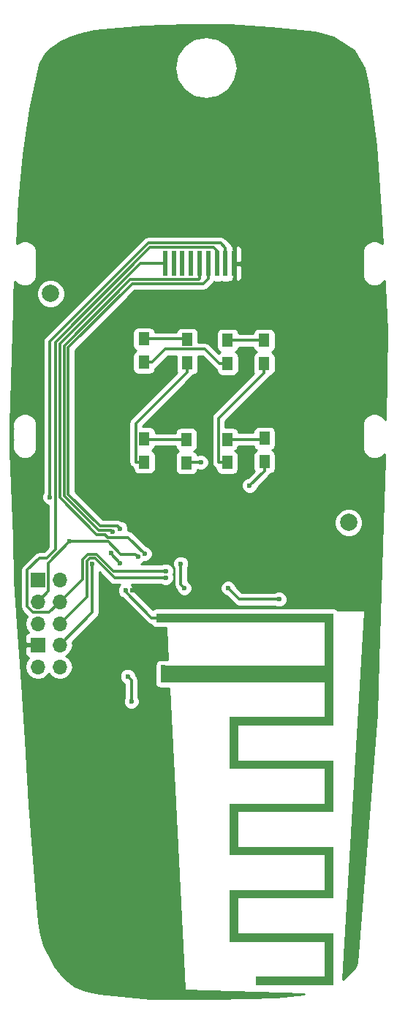
<source format=gbr>
G04 #@! TF.FileFunction,Copper,L1,Top,Signal*
%FSLAX46Y46*%
G04 Gerber Fmt 4.6, Leading zero omitted, Abs format (unit mm)*
G04 Created by KiCad (PCBNEW 4.0.7) date Mon Aug 20 13:26:01 2018*
%MOMM*%
%LPD*%
G01*
G04 APERTURE LIST*
%ADD10C,0.100000*%
%ADD11R,1.700000X1.700000*%
%ADD12O,1.700000X1.700000*%
%ADD13R,1.300000X1.500000*%
%ADD14C,2.000000*%
%ADD15R,0.600000X3.000000*%
%ADD16R,0.500000X2.000000*%
%ADD17R,0.500000X1.000000*%
%ADD18C,0.600000*%
%ADD19C,1.000000*%
%ADD20C,0.300000*%
%ADD21C,0.254000*%
G04 APERTURE END LIST*
D10*
G36*
X74680000Y-118820000D02*
X54680000Y-118820000D01*
X54680000Y-120820000D01*
X74680000Y-120820000D01*
X74680000Y-118820000D01*
X74680000Y-118820000D01*
G37*
G36*
X74680000Y-112820000D02*
X54680000Y-112820000D01*
X54680000Y-113820000D01*
X74680000Y-113820000D01*
X74680000Y-112820000D01*
X74680000Y-112820000D01*
G37*
G36*
X74680000Y-113820000D02*
X73680000Y-113820000D01*
X73680000Y-118820000D01*
X74680000Y-118820000D01*
X74680000Y-113820000D01*
X74680000Y-113820000D01*
G37*
G36*
X74680000Y-120820000D02*
X73680000Y-120820000D01*
X73680000Y-124820000D01*
X74680000Y-124820000D01*
X74680000Y-120820000D01*
X74680000Y-120820000D01*
G37*
G36*
X74680000Y-124820000D02*
X63680000Y-124820000D01*
X63680000Y-125820000D01*
X74680000Y-125820000D01*
X74680000Y-124820000D01*
X74680000Y-124820000D01*
G37*
G36*
X63680000Y-124820000D02*
X62680000Y-124820000D01*
X62680000Y-130820000D01*
X63680000Y-130820000D01*
X63680000Y-124820000D01*
X63680000Y-124820000D01*
G37*
G36*
X74680000Y-129820000D02*
X63680000Y-129820000D01*
X63680000Y-130820000D01*
X74680000Y-130820000D01*
X74680000Y-129820000D01*
X74680000Y-129820000D01*
G37*
G36*
X74680000Y-130820000D02*
X73680000Y-130820000D01*
X73680000Y-134820000D01*
X74680000Y-134820000D01*
X74680000Y-130820000D01*
X74680000Y-130820000D01*
G37*
G36*
X74680000Y-134820000D02*
X63680000Y-134820000D01*
X63680000Y-135820000D01*
X74680000Y-135820000D01*
X74680000Y-134820000D01*
X74680000Y-134820000D01*
G37*
G36*
X63680000Y-134820000D02*
X62680000Y-134820000D01*
X62680000Y-140820000D01*
X63680000Y-140820000D01*
X63680000Y-134820000D01*
X63680000Y-134820000D01*
G37*
G36*
X74680000Y-139820000D02*
X63680000Y-139820000D01*
X63680000Y-140820000D01*
X74680000Y-140820000D01*
X74680000Y-139820000D01*
X74680000Y-139820000D01*
G37*
G36*
X74680000Y-140820000D02*
X73680000Y-140820000D01*
X73680000Y-144820000D01*
X74680000Y-144820000D01*
X74680000Y-140820000D01*
X74680000Y-140820000D01*
G37*
G36*
X74680000Y-144820000D02*
X63680000Y-144820000D01*
X63680000Y-145820000D01*
X74680000Y-145820000D01*
X74680000Y-144820000D01*
X74680000Y-144820000D01*
G37*
G36*
X63680000Y-144820000D02*
X62680000Y-144820000D01*
X62680000Y-150820000D01*
X63680000Y-150820000D01*
X63680000Y-144820000D01*
X63680000Y-144820000D01*
G37*
G36*
X74680000Y-149820000D02*
X63680000Y-149820000D01*
X63680000Y-150820000D01*
X74680000Y-150820000D01*
X74680000Y-149820000D01*
X74680000Y-149820000D01*
G37*
G36*
X74680000Y-150820000D02*
X73680000Y-150820000D01*
X73680000Y-154820000D01*
X74680000Y-154820000D01*
X74680000Y-150820000D01*
X74680000Y-150820000D01*
G37*
G36*
X74680000Y-154820000D02*
X65680000Y-154820000D01*
X65680000Y-155820000D01*
X74680000Y-155820000D01*
X74680000Y-154820000D01*
X74680000Y-154820000D01*
G37*
D11*
X40460000Y-108920000D03*
D12*
X43000000Y-108920000D03*
X40460000Y-111460000D03*
X43000000Y-111460000D03*
X40460000Y-114000000D03*
X43000000Y-114000000D03*
D11*
X40460000Y-116460000D03*
D12*
X43000000Y-116460000D03*
X40460000Y-119000000D03*
X43000000Y-119000000D03*
D13*
X66675000Y-83900000D03*
X66675000Y-81200000D03*
X66700000Y-95250000D03*
X66700000Y-92550000D03*
X52800000Y-95300000D03*
X52800000Y-92600000D03*
X52750000Y-83750000D03*
X52750000Y-81050000D03*
D14*
X76450000Y-102300000D03*
D15*
X63200000Y-72300000D03*
X62200000Y-72300000D03*
X61200000Y-72300000D03*
X60200000Y-72300000D03*
X55200000Y-72300000D03*
X56200000Y-72300000D03*
X59200000Y-72300000D03*
X58200000Y-72300000D03*
X57200000Y-72300000D03*
D14*
X41950000Y-75800000D03*
D13*
X57675000Y-92675000D03*
X57675000Y-95375000D03*
X62400000Y-95350000D03*
X62400000Y-92650000D03*
X62450000Y-83900000D03*
X62450000Y-81200000D03*
X57750000Y-83825000D03*
X57750000Y-81125000D03*
D16*
X54930000Y-119820000D03*
D17*
X54430000Y-113320000D03*
D18*
X57200000Y-72300000D03*
X50630000Y-110150000D03*
X65000000Y-98000000D03*
X51430000Y-110150000D03*
X38500000Y-103000000D03*
X43480000Y-132180000D03*
X53030000Y-110150000D03*
X52230000Y-101650000D03*
X50630000Y-101650000D03*
X73450000Y-109060000D03*
X73400000Y-106910000D03*
X73400000Y-104810000D03*
X73400000Y-102810000D03*
X60060000Y-111120000D03*
D19*
X78350000Y-88100000D03*
D18*
X57425158Y-109872654D03*
X57020000Y-107059992D03*
X44136096Y-104500012D03*
X41849970Y-99350000D03*
X52080000Y-106250000D03*
X55280000Y-108700000D03*
X55280000Y-107900000D03*
X52829620Y-105910380D03*
X59350000Y-95320000D03*
X48915512Y-105822696D03*
X49097553Y-103350001D03*
X50000000Y-107000000D03*
X50000000Y-103000000D03*
X51300000Y-123000000D03*
X50870000Y-120090000D03*
X54930000Y-119820000D03*
X68390000Y-111180000D03*
X62510000Y-109880000D03*
X46780000Y-107100000D03*
D20*
X54430000Y-113320000D02*
X53637998Y-113320000D01*
X53637998Y-113320000D02*
X50630000Y-110312002D01*
X50630000Y-110312002D02*
X50630000Y-110150000D01*
X66700000Y-95250000D02*
X66700000Y-96300000D01*
X66700000Y-96300000D02*
X65000000Y-98000000D01*
X62400000Y-92650000D02*
X66600000Y-92650000D01*
X66600000Y-92650000D02*
X66700000Y-92550000D01*
X62500000Y-92550000D02*
X62400000Y-92650000D01*
X62450000Y-81200000D02*
X66675000Y-81200000D01*
X66675000Y-81300000D02*
X66675000Y-81200000D01*
X52750000Y-81050000D02*
X57675000Y-81050000D01*
X57675000Y-81050000D02*
X57750000Y-81125000D01*
X53030000Y-110150000D02*
X51430000Y-110150000D01*
X40460000Y-116460000D02*
X39310000Y-116460000D01*
X39310000Y-116460000D02*
X38500000Y-115650000D01*
X38500000Y-115650000D02*
X38500000Y-103000000D01*
X50630000Y-101650000D02*
X52230000Y-101650000D01*
X53030000Y-110150000D02*
X53630000Y-110150000D01*
X53630000Y-110150000D02*
X54600000Y-111120000D01*
X54600000Y-111120000D02*
X60060000Y-111120000D01*
X57020000Y-107059992D02*
X57020000Y-109467496D01*
X57020000Y-109467496D02*
X57425158Y-109872654D01*
X62200000Y-72300000D02*
X62200000Y-70500000D01*
X62200000Y-70500000D02*
X61649989Y-69949989D01*
X61649989Y-69949989D02*
X53248649Y-69949989D01*
X53248649Y-69949989D02*
X41849970Y-81348668D01*
X41849970Y-81348668D02*
X41849970Y-99350000D01*
X52080000Y-106250000D02*
X51780001Y-105950001D01*
X51780001Y-105950001D02*
X50070001Y-105950001D01*
X50070001Y-105950001D02*
X48620012Y-104500012D01*
X40460000Y-111460000D02*
X41660001Y-110259999D01*
X41660001Y-110259999D02*
X41660001Y-106976107D01*
X41660001Y-106976107D02*
X44136096Y-104500012D01*
X44136096Y-104500012D02*
X48620012Y-104500012D01*
X43000000Y-114000000D02*
X46129999Y-110870001D01*
X46467999Y-106449999D02*
X47092001Y-106449999D01*
X46129999Y-110870001D02*
X46129999Y-106787999D01*
X46129999Y-106787999D02*
X46467999Y-106449999D01*
X47092001Y-106449999D02*
X49342002Y-108700000D01*
X49342002Y-108700000D02*
X55280000Y-108700000D01*
X43000000Y-111460000D02*
X41799999Y-112660001D01*
X39259999Y-107789999D02*
X40619998Y-106430000D01*
X41799999Y-112660001D02*
X39883999Y-112660001D01*
X40619998Y-106430000D02*
X41498988Y-106430000D01*
X39883999Y-112660001D02*
X39259999Y-112036001D01*
X61200000Y-70869998D02*
X61200000Y-72300000D01*
X39259999Y-112036001D02*
X39259999Y-107789999D01*
X53455759Y-70449999D02*
X60780001Y-70449999D01*
X60780001Y-70449999D02*
X61200000Y-70869998D01*
X41498988Y-106430000D02*
X42499970Y-105429018D01*
X42499970Y-105429018D02*
X42499970Y-81405788D01*
X42499970Y-81405788D02*
X53455759Y-70449999D01*
X43000000Y-111460000D02*
X45629989Y-108830011D01*
X45629989Y-108830011D02*
X45629989Y-106580889D01*
X45629989Y-106580889D02*
X46260889Y-105949989D01*
X46260889Y-105949989D02*
X47299111Y-105949989D01*
X49249122Y-107900000D02*
X55280000Y-107900000D01*
X47299111Y-105949989D02*
X49249122Y-107900000D01*
X48240021Y-103700021D02*
X48540002Y-104000002D01*
X48540002Y-104000002D02*
X50919242Y-104000002D01*
X50919242Y-104000002D02*
X52829620Y-105910380D01*
X42999980Y-99414220D02*
X47285781Y-103700021D01*
X47285781Y-103700021D02*
X48240021Y-103700021D01*
X55200000Y-72300000D02*
X52312878Y-72300000D01*
X52312878Y-72300000D02*
X42999980Y-81612898D01*
X42999980Y-81612898D02*
X42999980Y-99414220D01*
X59350000Y-95320000D02*
X57730000Y-95320000D01*
X57730000Y-95320000D02*
X57675000Y-95375000D01*
X48915512Y-105822696D02*
X48915512Y-105915512D01*
X48915512Y-105915512D02*
X50000000Y-107000000D01*
X43499990Y-99207110D02*
X47492891Y-103200011D01*
X47492891Y-103200011D02*
X48947563Y-103200011D01*
X48947563Y-103200011D02*
X49097553Y-103350001D01*
X51169997Y-74150001D02*
X43499990Y-81820008D01*
X43499990Y-81820008D02*
X43499990Y-99207110D01*
X51169997Y-74150001D02*
X59149999Y-74150001D01*
X59149999Y-74150001D02*
X59200000Y-74100000D01*
X59200000Y-74100000D02*
X59200000Y-72300000D01*
X50000000Y-103000000D02*
X49700001Y-102700001D01*
X49700001Y-102700001D02*
X47700001Y-102700001D01*
X47700001Y-102700001D02*
X44000000Y-99000000D01*
X44000000Y-99000000D02*
X44000000Y-82027118D01*
X44000000Y-82027118D02*
X51377107Y-74650011D01*
X51377107Y-74650011D02*
X59649989Y-74650011D01*
X59649989Y-74650011D02*
X60200000Y-74100000D01*
X60200000Y-74100000D02*
X60200000Y-72300000D01*
X51300000Y-123000000D02*
X51300000Y-120520000D01*
X51300000Y-120520000D02*
X50870000Y-120090000D01*
X68390000Y-111180000D02*
X63810000Y-111180000D01*
X63810000Y-111180000D02*
X62510000Y-109880000D01*
X43000000Y-116460000D02*
X46780000Y-112680000D01*
X46780000Y-112680000D02*
X46780000Y-107100000D01*
X62400000Y-95350000D02*
X61450000Y-95350000D01*
X61399999Y-95299999D02*
X61399999Y-90225001D01*
X61450000Y-95350000D02*
X61399999Y-95299999D01*
X61399999Y-90225001D02*
X66675000Y-84950000D01*
X66675000Y-84950000D02*
X66675000Y-83900000D01*
X62400000Y-95350000D02*
X62400000Y-95250000D01*
X52750000Y-83750000D02*
X53700000Y-83750000D01*
X53700000Y-83750000D02*
X55224999Y-82225001D01*
X55224999Y-82225001D02*
X59825001Y-82225001D01*
X59825001Y-82225001D02*
X61500000Y-83900000D01*
X61500000Y-83900000D02*
X62450000Y-83900000D01*
X52800000Y-95300000D02*
X51850000Y-95300000D01*
X51850000Y-95300000D02*
X51799999Y-95249999D01*
X51799999Y-95249999D02*
X51799999Y-90825001D01*
X51799999Y-90825001D02*
X57750000Y-84875000D01*
X57750000Y-84875000D02*
X57750000Y-83825000D01*
X52800000Y-95300000D02*
X52800000Y-95200000D01*
X57675000Y-92675000D02*
X52875000Y-92675000D01*
X52875000Y-92675000D02*
X52800000Y-92600000D01*
X57600000Y-92600000D02*
X57675000Y-92675000D01*
D21*
G36*
X67444321Y-45007921D02*
X72561283Y-45499936D01*
X74702773Y-46151694D01*
X77025573Y-47609138D01*
X78229743Y-49660686D01*
X78650464Y-51624050D01*
X79643016Y-58671172D01*
X80091309Y-66043096D01*
X80326800Y-69967934D01*
X80235564Y-69876539D01*
X79726702Y-69665241D01*
X79175715Y-69664760D01*
X78666485Y-69875169D01*
X78276539Y-70264436D01*
X78065241Y-70773298D01*
X78064760Y-71324285D01*
X78065196Y-71325339D01*
X78064760Y-71824285D01*
X78106217Y-71924618D01*
X78065241Y-72023298D01*
X78064760Y-72574285D01*
X78065196Y-72575339D01*
X78064760Y-73074285D01*
X78106217Y-73174618D01*
X78065241Y-73273298D01*
X78064760Y-73824285D01*
X78275169Y-74333515D01*
X78664436Y-74723461D01*
X79173298Y-74934759D01*
X79724285Y-74935240D01*
X80233515Y-74724831D01*
X80598637Y-74360345D01*
X80640884Y-75036310D01*
X80839806Y-80009361D01*
X80697537Y-90442447D01*
X80624831Y-90266485D01*
X80235564Y-89876539D01*
X79726702Y-89665241D01*
X79175715Y-89664760D01*
X78666485Y-89875169D01*
X78276539Y-90264436D01*
X78065241Y-90773298D01*
X78064760Y-91324285D01*
X78065196Y-91325339D01*
X78064760Y-91824285D01*
X78106217Y-91924618D01*
X78065241Y-92023298D01*
X78064760Y-92574285D01*
X78065196Y-92575339D01*
X78064760Y-93074285D01*
X78106217Y-93174618D01*
X78065241Y-93273298D01*
X78064760Y-93824285D01*
X78275169Y-94333515D01*
X78664436Y-94723461D01*
X79173298Y-94934759D01*
X79724285Y-94935240D01*
X80233515Y-94724831D01*
X80605952Y-94353042D01*
X80590300Y-94979132D01*
X80340405Y-102376027D01*
X80340715Y-102377919D01*
X80340288Y-102379787D01*
X79890319Y-118178708D01*
X79690895Y-124460543D01*
X77399705Y-153249843D01*
X77235061Y-153710847D01*
X75780494Y-155165414D01*
X78376765Y-112557724D01*
X78368375Y-112503996D01*
X78341150Y-112461566D01*
X78299563Y-112433071D01*
X78250166Y-112423000D01*
X75161068Y-112418960D01*
X75129013Y-112370987D01*
X74923004Y-112233336D01*
X74680000Y-112185000D01*
X54741431Y-112185000D01*
X54680000Y-112172560D01*
X54180000Y-112172560D01*
X53944683Y-112216838D01*
X53762333Y-112334177D01*
X51565012Y-110136856D01*
X51565162Y-109964833D01*
X51423117Y-109621057D01*
X51287297Y-109485000D01*
X54742494Y-109485000D01*
X54749673Y-109492192D01*
X55093201Y-109634838D01*
X55465167Y-109635162D01*
X55808943Y-109493117D01*
X56072192Y-109230327D01*
X56214838Y-108886799D01*
X56215162Y-108514833D01*
X56126352Y-108299896D01*
X56214838Y-108086799D01*
X56215162Y-107714833D01*
X56073117Y-107371057D01*
X55947439Y-107245159D01*
X56084838Y-107245159D01*
X56226883Y-107588935D01*
X56235000Y-107597066D01*
X56235000Y-109467496D01*
X56294755Y-109767903D01*
X56464921Y-110022575D01*
X56490005Y-110047659D01*
X56489996Y-110057821D01*
X56632041Y-110401597D01*
X56894831Y-110664846D01*
X57238359Y-110807492D01*
X57610325Y-110807816D01*
X57954101Y-110665771D01*
X58217350Y-110402981D01*
X58357623Y-110065167D01*
X61574838Y-110065167D01*
X61716883Y-110408943D01*
X61979673Y-110672192D01*
X62323201Y-110814838D01*
X62334690Y-110814848D01*
X63254921Y-111735079D01*
X63509594Y-111905245D01*
X63810000Y-111965001D01*
X63810005Y-111965000D01*
X67852494Y-111965000D01*
X67859673Y-111972192D01*
X68203201Y-112114838D01*
X68575167Y-112115162D01*
X68918943Y-111973117D01*
X69182192Y-111710327D01*
X69324838Y-111366799D01*
X69325162Y-110994833D01*
X69183117Y-110651057D01*
X68920327Y-110387808D01*
X68576799Y-110245162D01*
X68204833Y-110244838D01*
X67861057Y-110386883D01*
X67852926Y-110395000D01*
X64135158Y-110395000D01*
X63445153Y-109704995D01*
X63445162Y-109694833D01*
X63303117Y-109351057D01*
X63040327Y-109087808D01*
X62696799Y-108945162D01*
X62324833Y-108944838D01*
X61981057Y-109086883D01*
X61717808Y-109349673D01*
X61575162Y-109693201D01*
X61574838Y-110065167D01*
X58357623Y-110065167D01*
X58359996Y-110059453D01*
X58360320Y-109687487D01*
X58218275Y-109343711D01*
X57955485Y-109080462D01*
X57805000Y-109017975D01*
X57805000Y-107597498D01*
X57812192Y-107590319D01*
X57954838Y-107246791D01*
X57955162Y-106874825D01*
X57813117Y-106531049D01*
X57550327Y-106267800D01*
X57206799Y-106125154D01*
X56834833Y-106124830D01*
X56491057Y-106266875D01*
X56227808Y-106529665D01*
X56085162Y-106873193D01*
X56084838Y-107245159D01*
X55947439Y-107245159D01*
X55810327Y-107107808D01*
X55466799Y-106965162D01*
X55094833Y-106964838D01*
X54751057Y-107106883D01*
X54742926Y-107115000D01*
X52434972Y-107115000D01*
X52608943Y-107043117D01*
X52807044Y-106845361D01*
X53014787Y-106845542D01*
X53358563Y-106703497D01*
X53621812Y-106440707D01*
X53764458Y-106097179D01*
X53764782Y-105725213D01*
X53622737Y-105381437D01*
X53359947Y-105118188D01*
X53016419Y-104975542D01*
X53004929Y-104975532D01*
X51474321Y-103444923D01*
X51219649Y-103274757D01*
X50922831Y-103215716D01*
X50934838Y-103186799D01*
X50935162Y-102814833D01*
X50856227Y-102623795D01*
X74814716Y-102623795D01*
X75063106Y-103224943D01*
X75522637Y-103685278D01*
X76123352Y-103934716D01*
X76773795Y-103935284D01*
X77374943Y-103686894D01*
X77835278Y-103227363D01*
X78084716Y-102626648D01*
X78085284Y-101976205D01*
X77836894Y-101375057D01*
X77377363Y-100914722D01*
X76776648Y-100665284D01*
X76126205Y-100664716D01*
X75525057Y-100913106D01*
X75064722Y-101372637D01*
X74815284Y-101973352D01*
X74814716Y-102623795D01*
X50856227Y-102623795D01*
X50793117Y-102471057D01*
X50530327Y-102207808D01*
X50186799Y-102065162D01*
X50135644Y-102065117D01*
X50000408Y-101974756D01*
X49700001Y-101915001D01*
X48025159Y-101915001D01*
X44785000Y-98674842D01*
X44785000Y-90825001D01*
X51014999Y-90825001D01*
X51014999Y-95249999D01*
X51074754Y-95550406D01*
X51244920Y-95805078D01*
X51294921Y-95855079D01*
X51502560Y-95993819D01*
X51502560Y-96050000D01*
X51546838Y-96285317D01*
X51685910Y-96501441D01*
X51898110Y-96646431D01*
X52150000Y-96697440D01*
X53450000Y-96697440D01*
X53685317Y-96653162D01*
X53901441Y-96514090D01*
X54046431Y-96301890D01*
X54097440Y-96050000D01*
X54097440Y-94550000D01*
X54053162Y-94314683D01*
X53914090Y-94098559D01*
X53701890Y-93953569D01*
X53688803Y-93950919D01*
X53901441Y-93814090D01*
X54046431Y-93601890D01*
X54075164Y-93460000D01*
X56384146Y-93460000D01*
X56421838Y-93660317D01*
X56560910Y-93876441D01*
X56773110Y-94021431D01*
X56786197Y-94024081D01*
X56573559Y-94160910D01*
X56428569Y-94373110D01*
X56377560Y-94625000D01*
X56377560Y-96125000D01*
X56421838Y-96360317D01*
X56560910Y-96576441D01*
X56773110Y-96721431D01*
X57025000Y-96772440D01*
X58325000Y-96772440D01*
X58560317Y-96728162D01*
X58776441Y-96589090D01*
X58921431Y-96376890D01*
X58962983Y-96171700D01*
X59163201Y-96254838D01*
X59535167Y-96255162D01*
X59878943Y-96113117D01*
X60142192Y-95850327D01*
X60284838Y-95506799D01*
X60285162Y-95134833D01*
X60143117Y-94791057D01*
X59880327Y-94527808D01*
X59536799Y-94385162D01*
X59164833Y-94384838D01*
X58944389Y-94475923D01*
X58928162Y-94389683D01*
X58789090Y-94173559D01*
X58576890Y-94028569D01*
X58563803Y-94025919D01*
X58776441Y-93889090D01*
X58921431Y-93676890D01*
X58972440Y-93425000D01*
X58972440Y-91925000D01*
X58928162Y-91689683D01*
X58789090Y-91473559D01*
X58576890Y-91328569D01*
X58325000Y-91277560D01*
X57025000Y-91277560D01*
X56789683Y-91321838D01*
X56573559Y-91460910D01*
X56428569Y-91673110D01*
X56384648Y-91890000D01*
X54097440Y-91890000D01*
X54097440Y-91850000D01*
X54053162Y-91614683D01*
X53914090Y-91398559D01*
X53701890Y-91253569D01*
X53450000Y-91202560D01*
X52584999Y-91202560D01*
X52584999Y-91150159D01*
X58305079Y-85430079D01*
X58450120Y-85213009D01*
X58635317Y-85178162D01*
X58851441Y-85039090D01*
X58996431Y-84826890D01*
X59047440Y-84575000D01*
X59047440Y-83075000D01*
X59035210Y-83010001D01*
X59499843Y-83010001D01*
X60944921Y-84455079D01*
X61152560Y-84593819D01*
X61152560Y-84650000D01*
X61196838Y-84885317D01*
X61335910Y-85101441D01*
X61548110Y-85246431D01*
X61800000Y-85297440D01*
X63100000Y-85297440D01*
X63335317Y-85253162D01*
X63551441Y-85114090D01*
X63696431Y-84901890D01*
X63747440Y-84650000D01*
X63747440Y-83150000D01*
X63703162Y-82914683D01*
X63564090Y-82698559D01*
X63351890Y-82553569D01*
X63338803Y-82550919D01*
X63551441Y-82414090D01*
X63696431Y-82201890D01*
X63740352Y-81985000D01*
X65384146Y-81985000D01*
X65421838Y-82185317D01*
X65560910Y-82401441D01*
X65773110Y-82546431D01*
X65786197Y-82549081D01*
X65573559Y-82685910D01*
X65428569Y-82898110D01*
X65377560Y-83150000D01*
X65377560Y-84650000D01*
X65421838Y-84885317D01*
X65503155Y-85011687D01*
X60844920Y-89669922D01*
X60674754Y-89924594D01*
X60674754Y-89924595D01*
X60614999Y-90225001D01*
X60614999Y-95299999D01*
X60674754Y-95600406D01*
X60844920Y-95855078D01*
X60894921Y-95905079D01*
X61102560Y-96043819D01*
X61102560Y-96100000D01*
X61146838Y-96335317D01*
X61285910Y-96551441D01*
X61498110Y-96696431D01*
X61750000Y-96747440D01*
X63050000Y-96747440D01*
X63285317Y-96703162D01*
X63501441Y-96564090D01*
X63646431Y-96351890D01*
X63697440Y-96100000D01*
X63697440Y-94600000D01*
X63653162Y-94364683D01*
X63514090Y-94148559D01*
X63301890Y-94003569D01*
X63288803Y-94000919D01*
X63501441Y-93864090D01*
X63646431Y-93651890D01*
X63690352Y-93435000D01*
X65427962Y-93435000D01*
X65446838Y-93535317D01*
X65585910Y-93751441D01*
X65798110Y-93896431D01*
X65811197Y-93899081D01*
X65598559Y-94035910D01*
X65453569Y-94248110D01*
X65402560Y-94500000D01*
X65402560Y-96000000D01*
X65446838Y-96235317D01*
X65528155Y-96361687D01*
X64824995Y-97064847D01*
X64814833Y-97064838D01*
X64471057Y-97206883D01*
X64207808Y-97469673D01*
X64065162Y-97813201D01*
X64064838Y-98185167D01*
X64206883Y-98528943D01*
X64469673Y-98792192D01*
X64813201Y-98934838D01*
X65185167Y-98935162D01*
X65528943Y-98793117D01*
X65792192Y-98530327D01*
X65934838Y-98186799D01*
X65934848Y-98175310D01*
X67255079Y-96855079D01*
X67400120Y-96638009D01*
X67585317Y-96603162D01*
X67801441Y-96464090D01*
X67946431Y-96251890D01*
X67997440Y-96000000D01*
X67997440Y-94500000D01*
X67953162Y-94264683D01*
X67814090Y-94048559D01*
X67601890Y-93903569D01*
X67588803Y-93900919D01*
X67801441Y-93764090D01*
X67946431Y-93551890D01*
X67997440Y-93300000D01*
X67997440Y-91800000D01*
X67953162Y-91564683D01*
X67814090Y-91348559D01*
X67601890Y-91203569D01*
X67350000Y-91152560D01*
X66050000Y-91152560D01*
X65814683Y-91196838D01*
X65598559Y-91335910D01*
X65453569Y-91548110D01*
X65402560Y-91800000D01*
X65402560Y-91865000D01*
X63690854Y-91865000D01*
X63653162Y-91664683D01*
X63514090Y-91448559D01*
X63301890Y-91303569D01*
X63050000Y-91252560D01*
X62184999Y-91252560D01*
X62184999Y-90550159D01*
X67230079Y-85505079D01*
X67375120Y-85288009D01*
X67560317Y-85253162D01*
X67776441Y-85114090D01*
X67921431Y-84901890D01*
X67972440Y-84650000D01*
X67972440Y-83150000D01*
X67928162Y-82914683D01*
X67789090Y-82698559D01*
X67576890Y-82553569D01*
X67563803Y-82550919D01*
X67776441Y-82414090D01*
X67921431Y-82201890D01*
X67972440Y-81950000D01*
X67972440Y-80450000D01*
X67928162Y-80214683D01*
X67789090Y-79998559D01*
X67576890Y-79853569D01*
X67325000Y-79802560D01*
X66025000Y-79802560D01*
X65789683Y-79846838D01*
X65573559Y-79985910D01*
X65428569Y-80198110D01*
X65384648Y-80415000D01*
X63740854Y-80415000D01*
X63703162Y-80214683D01*
X63564090Y-79998559D01*
X63351890Y-79853569D01*
X63100000Y-79802560D01*
X61800000Y-79802560D01*
X61564683Y-79846838D01*
X61348559Y-79985910D01*
X61203569Y-80198110D01*
X61152560Y-80450000D01*
X61152560Y-81950000D01*
X61196838Y-82185317D01*
X61335910Y-82401441D01*
X61548110Y-82546431D01*
X61561197Y-82549081D01*
X61377467Y-82667309D01*
X60380080Y-81669922D01*
X60125408Y-81499756D01*
X59825001Y-81440001D01*
X59047440Y-81440001D01*
X59047440Y-80375000D01*
X59003162Y-80139683D01*
X58864090Y-79923559D01*
X58651890Y-79778569D01*
X58400000Y-79727560D01*
X57100000Y-79727560D01*
X56864683Y-79771838D01*
X56648559Y-79910910D01*
X56503569Y-80123110D01*
X56474836Y-80265000D01*
X54040854Y-80265000D01*
X54003162Y-80064683D01*
X53864090Y-79848559D01*
X53651890Y-79703569D01*
X53400000Y-79652560D01*
X52100000Y-79652560D01*
X51864683Y-79696838D01*
X51648559Y-79835910D01*
X51503569Y-80048110D01*
X51452560Y-80300000D01*
X51452560Y-81800000D01*
X51496838Y-82035317D01*
X51635910Y-82251441D01*
X51848110Y-82396431D01*
X51861197Y-82399081D01*
X51648559Y-82535910D01*
X51503569Y-82748110D01*
X51452560Y-83000000D01*
X51452560Y-84500000D01*
X51496838Y-84735317D01*
X51635910Y-84951441D01*
X51848110Y-85096431D01*
X52100000Y-85147440D01*
X53400000Y-85147440D01*
X53635317Y-85103162D01*
X53851441Y-84964090D01*
X53996431Y-84751890D01*
X54047440Y-84500000D01*
X54047440Y-84443819D01*
X54255079Y-84305079D01*
X55550157Y-83010001D01*
X56465723Y-83010001D01*
X56452560Y-83075000D01*
X56452560Y-84575000D01*
X56496838Y-84810317D01*
X56578155Y-84936687D01*
X51244920Y-90269922D01*
X51074754Y-90524594D01*
X51074754Y-90524595D01*
X51014999Y-90825001D01*
X44785000Y-90825001D01*
X44785000Y-82352276D01*
X51702265Y-75435011D01*
X59649989Y-75435011D01*
X59950396Y-75375256D01*
X60205068Y-75205090D01*
X60755079Y-74655079D01*
X60894555Y-74446337D01*
X60900000Y-74447440D01*
X61500000Y-74447440D01*
X61707342Y-74408426D01*
X61900000Y-74447440D01*
X62500000Y-74447440D01*
X62708850Y-74408142D01*
X62773691Y-74435000D01*
X62914250Y-74435000D01*
X63073000Y-74276250D01*
X63073000Y-74086182D01*
X63096431Y-74051890D01*
X63147440Y-73800000D01*
X63147440Y-72427000D01*
X63327000Y-72427000D01*
X63327000Y-74276250D01*
X63485750Y-74435000D01*
X63626309Y-74435000D01*
X63859698Y-74338327D01*
X64038327Y-74159699D01*
X64135000Y-73926310D01*
X64135000Y-72585750D01*
X63976250Y-72427000D01*
X63327000Y-72427000D01*
X63147440Y-72427000D01*
X63147440Y-70800000D01*
X63103162Y-70564683D01*
X63073000Y-70517810D01*
X63073000Y-70323750D01*
X63327000Y-70323750D01*
X63327000Y-72173000D01*
X63976250Y-72173000D01*
X64135000Y-72014250D01*
X64135000Y-70673690D01*
X64038327Y-70440301D01*
X63859698Y-70261673D01*
X63626309Y-70165000D01*
X63485750Y-70165000D01*
X63327000Y-70323750D01*
X63073000Y-70323750D01*
X62914250Y-70165000D01*
X62902131Y-70165000D01*
X62755079Y-69944921D01*
X62205068Y-69394910D01*
X61950396Y-69224744D01*
X61649989Y-69164989D01*
X53248649Y-69164989D01*
X52948243Y-69224744D01*
X52948241Y-69224745D01*
X52948242Y-69224745D01*
X52693570Y-69394910D01*
X41294891Y-80793589D01*
X41124725Y-81048261D01*
X41124725Y-81048262D01*
X41064970Y-81348668D01*
X41064970Y-98812494D01*
X41057778Y-98819673D01*
X40915132Y-99163201D01*
X40914808Y-99535167D01*
X41056853Y-99878943D01*
X41319643Y-100142192D01*
X41663171Y-100284838D01*
X41714970Y-100284883D01*
X41714970Y-105103860D01*
X41173830Y-105645000D01*
X40619998Y-105645000D01*
X40319591Y-105704755D01*
X40064919Y-105874921D01*
X38704920Y-107234920D01*
X38534754Y-107489592D01*
X38523128Y-107548039D01*
X38474999Y-107789999D01*
X38474999Y-112036001D01*
X38534754Y-112336408D01*
X38704920Y-112591080D01*
X39253854Y-113140014D01*
X39058946Y-113431715D01*
X38945907Y-114000000D01*
X39058946Y-114568285D01*
X39363867Y-115024633D01*
X39250302Y-115071673D01*
X39071673Y-115250301D01*
X38975000Y-115483690D01*
X38975000Y-116174250D01*
X39133750Y-116333000D01*
X40333000Y-116333000D01*
X40333000Y-116313000D01*
X40587000Y-116313000D01*
X40587000Y-116333000D01*
X40607000Y-116333000D01*
X40607000Y-116587000D01*
X40587000Y-116587000D01*
X40587000Y-116607000D01*
X40333000Y-116607000D01*
X40333000Y-116587000D01*
X39133750Y-116587000D01*
X38975000Y-116745750D01*
X38975000Y-117436310D01*
X39071673Y-117669699D01*
X39250302Y-117848327D01*
X39424777Y-117920597D01*
X39380853Y-117949946D01*
X39058946Y-118431715D01*
X38945907Y-119000000D01*
X39058946Y-119568285D01*
X39380853Y-120050054D01*
X39862622Y-120371961D01*
X40430907Y-120485000D01*
X40489093Y-120485000D01*
X41057378Y-120371961D01*
X41539147Y-120050054D01*
X41730000Y-119764422D01*
X41920853Y-120050054D01*
X42402622Y-120371961D01*
X42970907Y-120485000D01*
X43029093Y-120485000D01*
X43597378Y-120371961D01*
X43742240Y-120275167D01*
X49934838Y-120275167D01*
X50076883Y-120618943D01*
X50339673Y-120882192D01*
X50515000Y-120954994D01*
X50515000Y-122462494D01*
X50507808Y-122469673D01*
X50365162Y-122813201D01*
X50364838Y-123185167D01*
X50506883Y-123528943D01*
X50769673Y-123792192D01*
X51113201Y-123934838D01*
X51485167Y-123935162D01*
X51828943Y-123793117D01*
X52092192Y-123530327D01*
X52234838Y-123186799D01*
X52235162Y-122814833D01*
X52093117Y-122471057D01*
X52085000Y-122462926D01*
X52085000Y-120520000D01*
X52025245Y-120219594D01*
X51855079Y-119964921D01*
X51805153Y-119914995D01*
X51805162Y-119904833D01*
X51663117Y-119561057D01*
X51400327Y-119297808D01*
X51056799Y-119155162D01*
X50684833Y-119154838D01*
X50341057Y-119296883D01*
X50077808Y-119559673D01*
X49935162Y-119903201D01*
X49934838Y-120275167D01*
X43742240Y-120275167D01*
X44079147Y-120050054D01*
X44401054Y-119568285D01*
X44514093Y-119000000D01*
X44401054Y-118431715D01*
X44079147Y-117949946D01*
X43749974Y-117730000D01*
X44079147Y-117510054D01*
X44401054Y-117028285D01*
X44514093Y-116460000D01*
X44447076Y-116123082D01*
X47335079Y-113235079D01*
X47505245Y-112980407D01*
X47565000Y-112680000D01*
X47565000Y-108033156D01*
X48786923Y-109255079D01*
X49041596Y-109425245D01*
X49342002Y-109485000D01*
X49972716Y-109485000D01*
X49837808Y-109619673D01*
X49695162Y-109963201D01*
X49694838Y-110335167D01*
X49836883Y-110678943D01*
X50099673Y-110942192D01*
X50185792Y-110977952D01*
X53082919Y-113875079D01*
X53337592Y-114045245D01*
X53604524Y-114098342D01*
X53715910Y-114271441D01*
X53928110Y-114416431D01*
X54180000Y-114467440D01*
X54680000Y-114467440D01*
X54746113Y-114455000D01*
X55281838Y-114455000D01*
X55472683Y-118185000D01*
X55241431Y-118185000D01*
X55180000Y-118172560D01*
X54680000Y-118172560D01*
X54444683Y-118216838D01*
X54228559Y-118355910D01*
X54083569Y-118568110D01*
X54032560Y-118820000D01*
X54032560Y-119543137D01*
X53995162Y-119633201D01*
X53994838Y-120005167D01*
X54032560Y-120096461D01*
X54032560Y-120820000D01*
X54076838Y-121055317D01*
X54215910Y-121271441D01*
X54428110Y-121416431D01*
X54680000Y-121467440D01*
X55180000Y-121467440D01*
X55246113Y-121455000D01*
X55639993Y-121455000D01*
X57423166Y-156306489D01*
X57430307Y-156342458D01*
X57456256Y-156385680D01*
X57496976Y-156415401D01*
X57546051Y-156426939D01*
X71314892Y-156855303D01*
X68053507Y-157191034D01*
X61042283Y-157389934D01*
X53534556Y-157340214D01*
X47564011Y-156797437D01*
X45966565Y-156421567D01*
X44746698Y-155924585D01*
X43954006Y-155352085D01*
X43084135Y-154527997D01*
X42452842Y-153671242D01*
X41164836Y-151238345D01*
X40845563Y-150052474D01*
X40604235Y-148507969D01*
X40407144Y-146635606D01*
X39508354Y-134951327D01*
X39058705Y-127517135D01*
X39057045Y-127510813D01*
X39058305Y-127500963D01*
X38608305Y-121000964D01*
X38608097Y-121000200D01*
X38608196Y-120999414D01*
X38108479Y-114003377D01*
X37809363Y-109018110D01*
X37659681Y-104028710D01*
X37659303Y-104027070D01*
X37659574Y-104025411D01*
X37310000Y-93937704D01*
X37310000Y-91324285D01*
X37564760Y-91324285D01*
X37606217Y-91424618D01*
X37565241Y-91523298D01*
X37564760Y-92074285D01*
X37565196Y-92075339D01*
X37564760Y-92574285D01*
X37606217Y-92674618D01*
X37565241Y-92773298D01*
X37564760Y-93324285D01*
X37565196Y-93325339D01*
X37564760Y-93824285D01*
X37775169Y-94333515D01*
X38164436Y-94723461D01*
X38673298Y-94934759D01*
X39224285Y-94935240D01*
X39733515Y-94724831D01*
X40123461Y-94335564D01*
X40334759Y-93826702D01*
X40335240Y-93275715D01*
X40334804Y-93274661D01*
X40335240Y-92775715D01*
X40293783Y-92675382D01*
X40334759Y-92576702D01*
X40335240Y-92025715D01*
X40334804Y-92024661D01*
X40335240Y-91525715D01*
X40293783Y-91425382D01*
X40334759Y-91326702D01*
X40335240Y-90775715D01*
X40124831Y-90266485D01*
X39735564Y-89876539D01*
X39226702Y-89665241D01*
X38675715Y-89664760D01*
X38166485Y-89875169D01*
X37776539Y-90264436D01*
X37565241Y-90773298D01*
X37564760Y-91324285D01*
X37310000Y-91324285D01*
X37310000Y-90959247D01*
X37659522Y-77527605D01*
X37732229Y-76123795D01*
X40314716Y-76123795D01*
X40563106Y-76724943D01*
X41022637Y-77185278D01*
X41623352Y-77434716D01*
X42273795Y-77435284D01*
X42874943Y-77186894D01*
X43335278Y-76727363D01*
X43584716Y-76126648D01*
X43585284Y-75476205D01*
X43336894Y-74875057D01*
X42877363Y-74414722D01*
X42276648Y-74165284D01*
X41626205Y-74164716D01*
X41025057Y-74413106D01*
X40564722Y-74872637D01*
X40315284Y-75473352D01*
X40314716Y-76123795D01*
X37732229Y-76123795D01*
X37822498Y-74380926D01*
X38164436Y-74723461D01*
X38673298Y-74934759D01*
X39224285Y-74935240D01*
X39733515Y-74724831D01*
X40123461Y-74335564D01*
X40334759Y-73826702D01*
X40335240Y-73275715D01*
X40334804Y-73274661D01*
X40335240Y-72775715D01*
X40293783Y-72675382D01*
X40334759Y-72576702D01*
X40335240Y-72025715D01*
X40293783Y-71925382D01*
X40334759Y-71826702D01*
X40335240Y-71275715D01*
X40334804Y-71274661D01*
X40335240Y-70775715D01*
X40124831Y-70266485D01*
X39735564Y-69876539D01*
X39226702Y-69665241D01*
X38675715Y-69664760D01*
X38166485Y-69875169D01*
X38049832Y-69991619D01*
X38308305Y-65001107D01*
X38805354Y-59632982D01*
X39549259Y-54425641D01*
X40585483Y-49650000D01*
X56333112Y-49650000D01*
X56608431Y-51034123D01*
X57392474Y-52207526D01*
X58565877Y-52991569D01*
X59950000Y-53266888D01*
X61334123Y-52991569D01*
X62507526Y-52207526D01*
X63291569Y-51034123D01*
X63566888Y-49650000D01*
X63291569Y-48265877D01*
X62507526Y-47092474D01*
X61334123Y-46308431D01*
X59950000Y-46033112D01*
X58565877Y-46308431D01*
X57392474Y-47092474D01*
X56608431Y-48265877D01*
X56333112Y-49650000D01*
X40585483Y-49650000D01*
X40673723Y-49243331D01*
X41229433Y-48174659D01*
X42004659Y-47399433D01*
X43149979Y-46620615D01*
X44257454Y-46113023D01*
X45578830Y-45688294D01*
X47003693Y-45403322D01*
X52694489Y-44858985D01*
X57660657Y-44710000D01*
X62578286Y-44710000D01*
X67444321Y-45007921D01*
X67444321Y-45007921D01*
G37*
X67444321Y-45007921D02*
X72561283Y-45499936D01*
X74702773Y-46151694D01*
X77025573Y-47609138D01*
X78229743Y-49660686D01*
X78650464Y-51624050D01*
X79643016Y-58671172D01*
X80091309Y-66043096D01*
X80326800Y-69967934D01*
X80235564Y-69876539D01*
X79726702Y-69665241D01*
X79175715Y-69664760D01*
X78666485Y-69875169D01*
X78276539Y-70264436D01*
X78065241Y-70773298D01*
X78064760Y-71324285D01*
X78065196Y-71325339D01*
X78064760Y-71824285D01*
X78106217Y-71924618D01*
X78065241Y-72023298D01*
X78064760Y-72574285D01*
X78065196Y-72575339D01*
X78064760Y-73074285D01*
X78106217Y-73174618D01*
X78065241Y-73273298D01*
X78064760Y-73824285D01*
X78275169Y-74333515D01*
X78664436Y-74723461D01*
X79173298Y-74934759D01*
X79724285Y-74935240D01*
X80233515Y-74724831D01*
X80598637Y-74360345D01*
X80640884Y-75036310D01*
X80839806Y-80009361D01*
X80697537Y-90442447D01*
X80624831Y-90266485D01*
X80235564Y-89876539D01*
X79726702Y-89665241D01*
X79175715Y-89664760D01*
X78666485Y-89875169D01*
X78276539Y-90264436D01*
X78065241Y-90773298D01*
X78064760Y-91324285D01*
X78065196Y-91325339D01*
X78064760Y-91824285D01*
X78106217Y-91924618D01*
X78065241Y-92023298D01*
X78064760Y-92574285D01*
X78065196Y-92575339D01*
X78064760Y-93074285D01*
X78106217Y-93174618D01*
X78065241Y-93273298D01*
X78064760Y-93824285D01*
X78275169Y-94333515D01*
X78664436Y-94723461D01*
X79173298Y-94934759D01*
X79724285Y-94935240D01*
X80233515Y-94724831D01*
X80605952Y-94353042D01*
X80590300Y-94979132D01*
X80340405Y-102376027D01*
X80340715Y-102377919D01*
X80340288Y-102379787D01*
X79890319Y-118178708D01*
X79690895Y-124460543D01*
X77399705Y-153249843D01*
X77235061Y-153710847D01*
X75780494Y-155165414D01*
X78376765Y-112557724D01*
X78368375Y-112503996D01*
X78341150Y-112461566D01*
X78299563Y-112433071D01*
X78250166Y-112423000D01*
X75161068Y-112418960D01*
X75129013Y-112370987D01*
X74923004Y-112233336D01*
X74680000Y-112185000D01*
X54741431Y-112185000D01*
X54680000Y-112172560D01*
X54180000Y-112172560D01*
X53944683Y-112216838D01*
X53762333Y-112334177D01*
X51565012Y-110136856D01*
X51565162Y-109964833D01*
X51423117Y-109621057D01*
X51287297Y-109485000D01*
X54742494Y-109485000D01*
X54749673Y-109492192D01*
X55093201Y-109634838D01*
X55465167Y-109635162D01*
X55808943Y-109493117D01*
X56072192Y-109230327D01*
X56214838Y-108886799D01*
X56215162Y-108514833D01*
X56126352Y-108299896D01*
X56214838Y-108086799D01*
X56215162Y-107714833D01*
X56073117Y-107371057D01*
X55947439Y-107245159D01*
X56084838Y-107245159D01*
X56226883Y-107588935D01*
X56235000Y-107597066D01*
X56235000Y-109467496D01*
X56294755Y-109767903D01*
X56464921Y-110022575D01*
X56490005Y-110047659D01*
X56489996Y-110057821D01*
X56632041Y-110401597D01*
X56894831Y-110664846D01*
X57238359Y-110807492D01*
X57610325Y-110807816D01*
X57954101Y-110665771D01*
X58217350Y-110402981D01*
X58357623Y-110065167D01*
X61574838Y-110065167D01*
X61716883Y-110408943D01*
X61979673Y-110672192D01*
X62323201Y-110814838D01*
X62334690Y-110814848D01*
X63254921Y-111735079D01*
X63509594Y-111905245D01*
X63810000Y-111965001D01*
X63810005Y-111965000D01*
X67852494Y-111965000D01*
X67859673Y-111972192D01*
X68203201Y-112114838D01*
X68575167Y-112115162D01*
X68918943Y-111973117D01*
X69182192Y-111710327D01*
X69324838Y-111366799D01*
X69325162Y-110994833D01*
X69183117Y-110651057D01*
X68920327Y-110387808D01*
X68576799Y-110245162D01*
X68204833Y-110244838D01*
X67861057Y-110386883D01*
X67852926Y-110395000D01*
X64135158Y-110395000D01*
X63445153Y-109704995D01*
X63445162Y-109694833D01*
X63303117Y-109351057D01*
X63040327Y-109087808D01*
X62696799Y-108945162D01*
X62324833Y-108944838D01*
X61981057Y-109086883D01*
X61717808Y-109349673D01*
X61575162Y-109693201D01*
X61574838Y-110065167D01*
X58357623Y-110065167D01*
X58359996Y-110059453D01*
X58360320Y-109687487D01*
X58218275Y-109343711D01*
X57955485Y-109080462D01*
X57805000Y-109017975D01*
X57805000Y-107597498D01*
X57812192Y-107590319D01*
X57954838Y-107246791D01*
X57955162Y-106874825D01*
X57813117Y-106531049D01*
X57550327Y-106267800D01*
X57206799Y-106125154D01*
X56834833Y-106124830D01*
X56491057Y-106266875D01*
X56227808Y-106529665D01*
X56085162Y-106873193D01*
X56084838Y-107245159D01*
X55947439Y-107245159D01*
X55810327Y-107107808D01*
X55466799Y-106965162D01*
X55094833Y-106964838D01*
X54751057Y-107106883D01*
X54742926Y-107115000D01*
X52434972Y-107115000D01*
X52608943Y-107043117D01*
X52807044Y-106845361D01*
X53014787Y-106845542D01*
X53358563Y-106703497D01*
X53621812Y-106440707D01*
X53764458Y-106097179D01*
X53764782Y-105725213D01*
X53622737Y-105381437D01*
X53359947Y-105118188D01*
X53016419Y-104975542D01*
X53004929Y-104975532D01*
X51474321Y-103444923D01*
X51219649Y-103274757D01*
X50922831Y-103215716D01*
X50934838Y-103186799D01*
X50935162Y-102814833D01*
X50856227Y-102623795D01*
X74814716Y-102623795D01*
X75063106Y-103224943D01*
X75522637Y-103685278D01*
X76123352Y-103934716D01*
X76773795Y-103935284D01*
X77374943Y-103686894D01*
X77835278Y-103227363D01*
X78084716Y-102626648D01*
X78085284Y-101976205D01*
X77836894Y-101375057D01*
X77377363Y-100914722D01*
X76776648Y-100665284D01*
X76126205Y-100664716D01*
X75525057Y-100913106D01*
X75064722Y-101372637D01*
X74815284Y-101973352D01*
X74814716Y-102623795D01*
X50856227Y-102623795D01*
X50793117Y-102471057D01*
X50530327Y-102207808D01*
X50186799Y-102065162D01*
X50135644Y-102065117D01*
X50000408Y-101974756D01*
X49700001Y-101915001D01*
X48025159Y-101915001D01*
X44785000Y-98674842D01*
X44785000Y-90825001D01*
X51014999Y-90825001D01*
X51014999Y-95249999D01*
X51074754Y-95550406D01*
X51244920Y-95805078D01*
X51294921Y-95855079D01*
X51502560Y-95993819D01*
X51502560Y-96050000D01*
X51546838Y-96285317D01*
X51685910Y-96501441D01*
X51898110Y-96646431D01*
X52150000Y-96697440D01*
X53450000Y-96697440D01*
X53685317Y-96653162D01*
X53901441Y-96514090D01*
X54046431Y-96301890D01*
X54097440Y-96050000D01*
X54097440Y-94550000D01*
X54053162Y-94314683D01*
X53914090Y-94098559D01*
X53701890Y-93953569D01*
X53688803Y-93950919D01*
X53901441Y-93814090D01*
X54046431Y-93601890D01*
X54075164Y-93460000D01*
X56384146Y-93460000D01*
X56421838Y-93660317D01*
X56560910Y-93876441D01*
X56773110Y-94021431D01*
X56786197Y-94024081D01*
X56573559Y-94160910D01*
X56428569Y-94373110D01*
X56377560Y-94625000D01*
X56377560Y-96125000D01*
X56421838Y-96360317D01*
X56560910Y-96576441D01*
X56773110Y-96721431D01*
X57025000Y-96772440D01*
X58325000Y-96772440D01*
X58560317Y-96728162D01*
X58776441Y-96589090D01*
X58921431Y-96376890D01*
X58962983Y-96171700D01*
X59163201Y-96254838D01*
X59535167Y-96255162D01*
X59878943Y-96113117D01*
X60142192Y-95850327D01*
X60284838Y-95506799D01*
X60285162Y-95134833D01*
X60143117Y-94791057D01*
X59880327Y-94527808D01*
X59536799Y-94385162D01*
X59164833Y-94384838D01*
X58944389Y-94475923D01*
X58928162Y-94389683D01*
X58789090Y-94173559D01*
X58576890Y-94028569D01*
X58563803Y-94025919D01*
X58776441Y-93889090D01*
X58921431Y-93676890D01*
X58972440Y-93425000D01*
X58972440Y-91925000D01*
X58928162Y-91689683D01*
X58789090Y-91473559D01*
X58576890Y-91328569D01*
X58325000Y-91277560D01*
X57025000Y-91277560D01*
X56789683Y-91321838D01*
X56573559Y-91460910D01*
X56428569Y-91673110D01*
X56384648Y-91890000D01*
X54097440Y-91890000D01*
X54097440Y-91850000D01*
X54053162Y-91614683D01*
X53914090Y-91398559D01*
X53701890Y-91253569D01*
X53450000Y-91202560D01*
X52584999Y-91202560D01*
X52584999Y-91150159D01*
X58305079Y-85430079D01*
X58450120Y-85213009D01*
X58635317Y-85178162D01*
X58851441Y-85039090D01*
X58996431Y-84826890D01*
X59047440Y-84575000D01*
X59047440Y-83075000D01*
X59035210Y-83010001D01*
X59499843Y-83010001D01*
X60944921Y-84455079D01*
X61152560Y-84593819D01*
X61152560Y-84650000D01*
X61196838Y-84885317D01*
X61335910Y-85101441D01*
X61548110Y-85246431D01*
X61800000Y-85297440D01*
X63100000Y-85297440D01*
X63335317Y-85253162D01*
X63551441Y-85114090D01*
X63696431Y-84901890D01*
X63747440Y-84650000D01*
X63747440Y-83150000D01*
X63703162Y-82914683D01*
X63564090Y-82698559D01*
X63351890Y-82553569D01*
X63338803Y-82550919D01*
X63551441Y-82414090D01*
X63696431Y-82201890D01*
X63740352Y-81985000D01*
X65384146Y-81985000D01*
X65421838Y-82185317D01*
X65560910Y-82401441D01*
X65773110Y-82546431D01*
X65786197Y-82549081D01*
X65573559Y-82685910D01*
X65428569Y-82898110D01*
X65377560Y-83150000D01*
X65377560Y-84650000D01*
X65421838Y-84885317D01*
X65503155Y-85011687D01*
X60844920Y-89669922D01*
X60674754Y-89924594D01*
X60674754Y-89924595D01*
X60614999Y-90225001D01*
X60614999Y-95299999D01*
X60674754Y-95600406D01*
X60844920Y-95855078D01*
X60894921Y-95905079D01*
X61102560Y-96043819D01*
X61102560Y-96100000D01*
X61146838Y-96335317D01*
X61285910Y-96551441D01*
X61498110Y-96696431D01*
X61750000Y-96747440D01*
X63050000Y-96747440D01*
X63285317Y-96703162D01*
X63501441Y-96564090D01*
X63646431Y-96351890D01*
X63697440Y-96100000D01*
X63697440Y-94600000D01*
X63653162Y-94364683D01*
X63514090Y-94148559D01*
X63301890Y-94003569D01*
X63288803Y-94000919D01*
X63501441Y-93864090D01*
X63646431Y-93651890D01*
X63690352Y-93435000D01*
X65427962Y-93435000D01*
X65446838Y-93535317D01*
X65585910Y-93751441D01*
X65798110Y-93896431D01*
X65811197Y-93899081D01*
X65598559Y-94035910D01*
X65453569Y-94248110D01*
X65402560Y-94500000D01*
X65402560Y-96000000D01*
X65446838Y-96235317D01*
X65528155Y-96361687D01*
X64824995Y-97064847D01*
X64814833Y-97064838D01*
X64471057Y-97206883D01*
X64207808Y-97469673D01*
X64065162Y-97813201D01*
X64064838Y-98185167D01*
X64206883Y-98528943D01*
X64469673Y-98792192D01*
X64813201Y-98934838D01*
X65185167Y-98935162D01*
X65528943Y-98793117D01*
X65792192Y-98530327D01*
X65934838Y-98186799D01*
X65934848Y-98175310D01*
X67255079Y-96855079D01*
X67400120Y-96638009D01*
X67585317Y-96603162D01*
X67801441Y-96464090D01*
X67946431Y-96251890D01*
X67997440Y-96000000D01*
X67997440Y-94500000D01*
X67953162Y-94264683D01*
X67814090Y-94048559D01*
X67601890Y-93903569D01*
X67588803Y-93900919D01*
X67801441Y-93764090D01*
X67946431Y-93551890D01*
X67997440Y-93300000D01*
X67997440Y-91800000D01*
X67953162Y-91564683D01*
X67814090Y-91348559D01*
X67601890Y-91203569D01*
X67350000Y-91152560D01*
X66050000Y-91152560D01*
X65814683Y-91196838D01*
X65598559Y-91335910D01*
X65453569Y-91548110D01*
X65402560Y-91800000D01*
X65402560Y-91865000D01*
X63690854Y-91865000D01*
X63653162Y-91664683D01*
X63514090Y-91448559D01*
X63301890Y-91303569D01*
X63050000Y-91252560D01*
X62184999Y-91252560D01*
X62184999Y-90550159D01*
X67230079Y-85505079D01*
X67375120Y-85288009D01*
X67560317Y-85253162D01*
X67776441Y-85114090D01*
X67921431Y-84901890D01*
X67972440Y-84650000D01*
X67972440Y-83150000D01*
X67928162Y-82914683D01*
X67789090Y-82698559D01*
X67576890Y-82553569D01*
X67563803Y-82550919D01*
X67776441Y-82414090D01*
X67921431Y-82201890D01*
X67972440Y-81950000D01*
X67972440Y-80450000D01*
X67928162Y-80214683D01*
X67789090Y-79998559D01*
X67576890Y-79853569D01*
X67325000Y-79802560D01*
X66025000Y-79802560D01*
X65789683Y-79846838D01*
X65573559Y-79985910D01*
X65428569Y-80198110D01*
X65384648Y-80415000D01*
X63740854Y-80415000D01*
X63703162Y-80214683D01*
X63564090Y-79998559D01*
X63351890Y-79853569D01*
X63100000Y-79802560D01*
X61800000Y-79802560D01*
X61564683Y-79846838D01*
X61348559Y-79985910D01*
X61203569Y-80198110D01*
X61152560Y-80450000D01*
X61152560Y-81950000D01*
X61196838Y-82185317D01*
X61335910Y-82401441D01*
X61548110Y-82546431D01*
X61561197Y-82549081D01*
X61377467Y-82667309D01*
X60380080Y-81669922D01*
X60125408Y-81499756D01*
X59825001Y-81440001D01*
X59047440Y-81440001D01*
X59047440Y-80375000D01*
X59003162Y-80139683D01*
X58864090Y-79923559D01*
X58651890Y-79778569D01*
X58400000Y-79727560D01*
X57100000Y-79727560D01*
X56864683Y-79771838D01*
X56648559Y-79910910D01*
X56503569Y-80123110D01*
X56474836Y-80265000D01*
X54040854Y-80265000D01*
X54003162Y-80064683D01*
X53864090Y-79848559D01*
X53651890Y-79703569D01*
X53400000Y-79652560D01*
X52100000Y-79652560D01*
X51864683Y-79696838D01*
X51648559Y-79835910D01*
X51503569Y-80048110D01*
X51452560Y-80300000D01*
X51452560Y-81800000D01*
X51496838Y-82035317D01*
X51635910Y-82251441D01*
X51848110Y-82396431D01*
X51861197Y-82399081D01*
X51648559Y-82535910D01*
X51503569Y-82748110D01*
X51452560Y-83000000D01*
X51452560Y-84500000D01*
X51496838Y-84735317D01*
X51635910Y-84951441D01*
X51848110Y-85096431D01*
X52100000Y-85147440D01*
X53400000Y-85147440D01*
X53635317Y-85103162D01*
X53851441Y-84964090D01*
X53996431Y-84751890D01*
X54047440Y-84500000D01*
X54047440Y-84443819D01*
X54255079Y-84305079D01*
X55550157Y-83010001D01*
X56465723Y-83010001D01*
X56452560Y-83075000D01*
X56452560Y-84575000D01*
X56496838Y-84810317D01*
X56578155Y-84936687D01*
X51244920Y-90269922D01*
X51074754Y-90524594D01*
X51074754Y-90524595D01*
X51014999Y-90825001D01*
X44785000Y-90825001D01*
X44785000Y-82352276D01*
X51702265Y-75435011D01*
X59649989Y-75435011D01*
X59950396Y-75375256D01*
X60205068Y-75205090D01*
X60755079Y-74655079D01*
X60894555Y-74446337D01*
X60900000Y-74447440D01*
X61500000Y-74447440D01*
X61707342Y-74408426D01*
X61900000Y-74447440D01*
X62500000Y-74447440D01*
X62708850Y-74408142D01*
X62773691Y-74435000D01*
X62914250Y-74435000D01*
X63073000Y-74276250D01*
X63073000Y-74086182D01*
X63096431Y-74051890D01*
X63147440Y-73800000D01*
X63147440Y-72427000D01*
X63327000Y-72427000D01*
X63327000Y-74276250D01*
X63485750Y-74435000D01*
X63626309Y-74435000D01*
X63859698Y-74338327D01*
X64038327Y-74159699D01*
X64135000Y-73926310D01*
X64135000Y-72585750D01*
X63976250Y-72427000D01*
X63327000Y-72427000D01*
X63147440Y-72427000D01*
X63147440Y-70800000D01*
X63103162Y-70564683D01*
X63073000Y-70517810D01*
X63073000Y-70323750D01*
X63327000Y-70323750D01*
X63327000Y-72173000D01*
X63976250Y-72173000D01*
X64135000Y-72014250D01*
X64135000Y-70673690D01*
X64038327Y-70440301D01*
X63859698Y-70261673D01*
X63626309Y-70165000D01*
X63485750Y-70165000D01*
X63327000Y-70323750D01*
X63073000Y-70323750D01*
X62914250Y-70165000D01*
X62902131Y-70165000D01*
X62755079Y-69944921D01*
X62205068Y-69394910D01*
X61950396Y-69224744D01*
X61649989Y-69164989D01*
X53248649Y-69164989D01*
X52948243Y-69224744D01*
X52948241Y-69224745D01*
X52948242Y-69224745D01*
X52693570Y-69394910D01*
X41294891Y-80793589D01*
X41124725Y-81048261D01*
X41124725Y-81048262D01*
X41064970Y-81348668D01*
X41064970Y-98812494D01*
X41057778Y-98819673D01*
X40915132Y-99163201D01*
X40914808Y-99535167D01*
X41056853Y-99878943D01*
X41319643Y-100142192D01*
X41663171Y-100284838D01*
X41714970Y-100284883D01*
X41714970Y-105103860D01*
X41173830Y-105645000D01*
X40619998Y-105645000D01*
X40319591Y-105704755D01*
X40064919Y-105874921D01*
X38704920Y-107234920D01*
X38534754Y-107489592D01*
X38523128Y-107548039D01*
X38474999Y-107789999D01*
X38474999Y-112036001D01*
X38534754Y-112336408D01*
X38704920Y-112591080D01*
X39253854Y-113140014D01*
X39058946Y-113431715D01*
X38945907Y-114000000D01*
X39058946Y-114568285D01*
X39363867Y-115024633D01*
X39250302Y-115071673D01*
X39071673Y-115250301D01*
X38975000Y-115483690D01*
X38975000Y-116174250D01*
X39133750Y-116333000D01*
X40333000Y-116333000D01*
X40333000Y-116313000D01*
X40587000Y-116313000D01*
X40587000Y-116333000D01*
X40607000Y-116333000D01*
X40607000Y-116587000D01*
X40587000Y-116587000D01*
X40587000Y-116607000D01*
X40333000Y-116607000D01*
X40333000Y-116587000D01*
X39133750Y-116587000D01*
X38975000Y-116745750D01*
X38975000Y-117436310D01*
X39071673Y-117669699D01*
X39250302Y-117848327D01*
X39424777Y-117920597D01*
X39380853Y-117949946D01*
X39058946Y-118431715D01*
X38945907Y-119000000D01*
X39058946Y-119568285D01*
X39380853Y-120050054D01*
X39862622Y-120371961D01*
X40430907Y-120485000D01*
X40489093Y-120485000D01*
X41057378Y-120371961D01*
X41539147Y-120050054D01*
X41730000Y-119764422D01*
X41920853Y-120050054D01*
X42402622Y-120371961D01*
X42970907Y-120485000D01*
X43029093Y-120485000D01*
X43597378Y-120371961D01*
X43742240Y-120275167D01*
X49934838Y-120275167D01*
X50076883Y-120618943D01*
X50339673Y-120882192D01*
X50515000Y-120954994D01*
X50515000Y-122462494D01*
X50507808Y-122469673D01*
X50365162Y-122813201D01*
X50364838Y-123185167D01*
X50506883Y-123528943D01*
X50769673Y-123792192D01*
X51113201Y-123934838D01*
X51485167Y-123935162D01*
X51828943Y-123793117D01*
X52092192Y-123530327D01*
X52234838Y-123186799D01*
X52235162Y-122814833D01*
X52093117Y-122471057D01*
X52085000Y-122462926D01*
X52085000Y-120520000D01*
X52025245Y-120219594D01*
X51855079Y-119964921D01*
X51805153Y-119914995D01*
X51805162Y-119904833D01*
X51663117Y-119561057D01*
X51400327Y-119297808D01*
X51056799Y-119155162D01*
X50684833Y-119154838D01*
X50341057Y-119296883D01*
X50077808Y-119559673D01*
X49935162Y-119903201D01*
X49934838Y-120275167D01*
X43742240Y-120275167D01*
X44079147Y-120050054D01*
X44401054Y-119568285D01*
X44514093Y-119000000D01*
X44401054Y-118431715D01*
X44079147Y-117949946D01*
X43749974Y-117730000D01*
X44079147Y-117510054D01*
X44401054Y-117028285D01*
X44514093Y-116460000D01*
X44447076Y-116123082D01*
X47335079Y-113235079D01*
X47505245Y-112980407D01*
X47565000Y-112680000D01*
X47565000Y-108033156D01*
X48786923Y-109255079D01*
X49041596Y-109425245D01*
X49342002Y-109485000D01*
X49972716Y-109485000D01*
X49837808Y-109619673D01*
X49695162Y-109963201D01*
X49694838Y-110335167D01*
X49836883Y-110678943D01*
X50099673Y-110942192D01*
X50185792Y-110977952D01*
X53082919Y-113875079D01*
X53337592Y-114045245D01*
X53604524Y-114098342D01*
X53715910Y-114271441D01*
X53928110Y-114416431D01*
X54180000Y-114467440D01*
X54680000Y-114467440D01*
X54746113Y-114455000D01*
X55281838Y-114455000D01*
X55472683Y-118185000D01*
X55241431Y-118185000D01*
X55180000Y-118172560D01*
X54680000Y-118172560D01*
X54444683Y-118216838D01*
X54228559Y-118355910D01*
X54083569Y-118568110D01*
X54032560Y-118820000D01*
X54032560Y-119543137D01*
X53995162Y-119633201D01*
X53994838Y-120005167D01*
X54032560Y-120096461D01*
X54032560Y-120820000D01*
X54076838Y-121055317D01*
X54215910Y-121271441D01*
X54428110Y-121416431D01*
X54680000Y-121467440D01*
X55180000Y-121467440D01*
X55246113Y-121455000D01*
X55639993Y-121455000D01*
X57423166Y-156306489D01*
X57430307Y-156342458D01*
X57456256Y-156385680D01*
X57496976Y-156415401D01*
X57546051Y-156426939D01*
X71314892Y-156855303D01*
X68053507Y-157191034D01*
X61042283Y-157389934D01*
X53534556Y-157340214D01*
X47564011Y-156797437D01*
X45966565Y-156421567D01*
X44746698Y-155924585D01*
X43954006Y-155352085D01*
X43084135Y-154527997D01*
X42452842Y-153671242D01*
X41164836Y-151238345D01*
X40845563Y-150052474D01*
X40604235Y-148507969D01*
X40407144Y-146635606D01*
X39508354Y-134951327D01*
X39058705Y-127517135D01*
X39057045Y-127510813D01*
X39058305Y-127500963D01*
X38608305Y-121000964D01*
X38608097Y-121000200D01*
X38608196Y-120999414D01*
X38108479Y-114003377D01*
X37809363Y-109018110D01*
X37659681Y-104028710D01*
X37659303Y-104027070D01*
X37659574Y-104025411D01*
X37310000Y-93937704D01*
X37310000Y-91324285D01*
X37564760Y-91324285D01*
X37606217Y-91424618D01*
X37565241Y-91523298D01*
X37564760Y-92074285D01*
X37565196Y-92075339D01*
X37564760Y-92574285D01*
X37606217Y-92674618D01*
X37565241Y-92773298D01*
X37564760Y-93324285D01*
X37565196Y-93325339D01*
X37564760Y-93824285D01*
X37775169Y-94333515D01*
X38164436Y-94723461D01*
X38673298Y-94934759D01*
X39224285Y-94935240D01*
X39733515Y-94724831D01*
X40123461Y-94335564D01*
X40334759Y-93826702D01*
X40335240Y-93275715D01*
X40334804Y-93274661D01*
X40335240Y-92775715D01*
X40293783Y-92675382D01*
X40334759Y-92576702D01*
X40335240Y-92025715D01*
X40334804Y-92024661D01*
X40335240Y-91525715D01*
X40293783Y-91425382D01*
X40334759Y-91326702D01*
X40335240Y-90775715D01*
X40124831Y-90266485D01*
X39735564Y-89876539D01*
X39226702Y-89665241D01*
X38675715Y-89664760D01*
X38166485Y-89875169D01*
X37776539Y-90264436D01*
X37565241Y-90773298D01*
X37564760Y-91324285D01*
X37310000Y-91324285D01*
X37310000Y-90959247D01*
X37659522Y-77527605D01*
X37732229Y-76123795D01*
X40314716Y-76123795D01*
X40563106Y-76724943D01*
X41022637Y-77185278D01*
X41623352Y-77434716D01*
X42273795Y-77435284D01*
X42874943Y-77186894D01*
X43335278Y-76727363D01*
X43584716Y-76126648D01*
X43585284Y-75476205D01*
X43336894Y-74875057D01*
X42877363Y-74414722D01*
X42276648Y-74165284D01*
X41626205Y-74164716D01*
X41025057Y-74413106D01*
X40564722Y-74872637D01*
X40315284Y-75473352D01*
X40314716Y-76123795D01*
X37732229Y-76123795D01*
X37822498Y-74380926D01*
X38164436Y-74723461D01*
X38673298Y-74934759D01*
X39224285Y-74935240D01*
X39733515Y-74724831D01*
X40123461Y-74335564D01*
X40334759Y-73826702D01*
X40335240Y-73275715D01*
X40334804Y-73274661D01*
X40335240Y-72775715D01*
X40293783Y-72675382D01*
X40334759Y-72576702D01*
X40335240Y-72025715D01*
X40293783Y-71925382D01*
X40334759Y-71826702D01*
X40335240Y-71275715D01*
X40334804Y-71274661D01*
X40335240Y-70775715D01*
X40124831Y-70266485D01*
X39735564Y-69876539D01*
X39226702Y-69665241D01*
X38675715Y-69664760D01*
X38166485Y-69875169D01*
X38049832Y-69991619D01*
X38308305Y-65001107D01*
X38805354Y-59632982D01*
X39549259Y-54425641D01*
X40585483Y-49650000D01*
X56333112Y-49650000D01*
X56608431Y-51034123D01*
X57392474Y-52207526D01*
X58565877Y-52991569D01*
X59950000Y-53266888D01*
X61334123Y-52991569D01*
X62507526Y-52207526D01*
X63291569Y-51034123D01*
X63566888Y-49650000D01*
X63291569Y-48265877D01*
X62507526Y-47092474D01*
X61334123Y-46308431D01*
X59950000Y-46033112D01*
X58565877Y-46308431D01*
X57392474Y-47092474D01*
X56608431Y-48265877D01*
X56333112Y-49650000D01*
X40585483Y-49650000D01*
X40673723Y-49243331D01*
X41229433Y-48174659D01*
X42004659Y-47399433D01*
X43149979Y-46620615D01*
X44257454Y-46113023D01*
X45578830Y-45688294D01*
X47003693Y-45403322D01*
X52694489Y-44858985D01*
X57660657Y-44710000D01*
X62578286Y-44710000D01*
X67444321Y-45007921D01*
M02*

</source>
